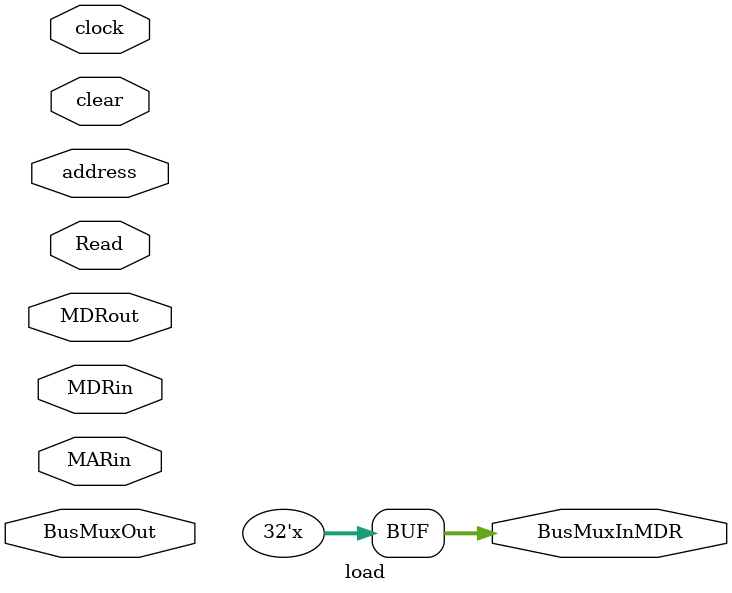
<source format=v>
module load (
    input clock, clear,
    input MARin, MDRin, MDRout, Read,
    input [8:0] address,  // Memory address
    input [31:0] BusMuxOut, // Value on BusMuxOut
    output reg [31:0] BusMuxInMDR // Output from MDR to Bus
);

    reg [2:0] state;

    parameter T0 = 3'b000, T1 = 3'b001, T2 = 3'b010, T3 = 3'b011, T4 = 3'b100;

    always @ (posedge clock or posedge clear) begin
        if (clear)
            state <= T0;
        else begin 
            case (state)
                T0: state <= T1;
                T1: state <= T2;
                T2: state <= T3;
                T3: state <= T4;
                T4: state <= T0;
            endcase
        end
    end 

    always @(state) begin
		case (state)
			T0: begin
				MARin = 1;
				BusMuxOut = address; //load the address into the MAR
			end
			T1: begin
				Read = 1; //starting the memory read
			end

			T2: begin
				MDRin = 1; //storing the RAM output into the MDR
			end

			T3: begin
				MDRout = 1; //placing the MDR data onto the bus
			end

            T4: begin
                BusMuxInMDR = BusMuxOut;
            end
		endcase
	end

endmodule


</source>
